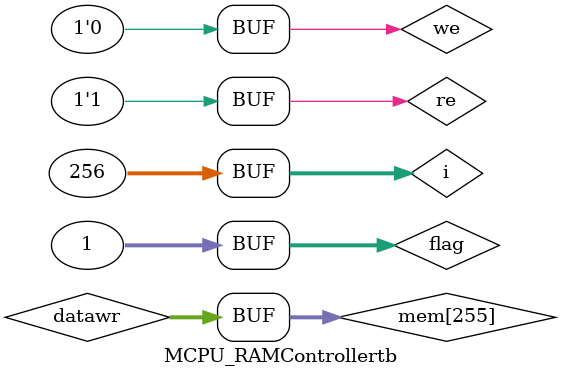
<source format=v>
module MCPU_RAMControllertb();

parameter WORD_SIZE=8;
parameter ADDR_WIDTH=8;
parameter RAM_SIZE=1<<ADDR_WIDTH;

reg we, re;

reg [WORD_SIZE-1:0] datawr;

reg [ADDR_WIDTH-1:0] addr;
reg [ADDR_WIDTH-1:0] instraddr;

wire [WORD_SIZE-1:0] datard;
wire [WORD_SIZE-1:0] instrrd;

reg [WORD_SIZE-1:0] mem[RAM_SIZE-1:0];

reg data_write_iscorrect;
reg data_read_iscorrect;
reg cmd_read_iscorrect;
integer i;
integer flag;

MCPU_RAMController raminst (we, datawr, re, addr, datard, instraddr, instrrd);

initial begin
  {data_write_iscorrect, data_read_iscorrect, cmd_read_iscorrect, i, flag, we, re, addr, instraddr} = 0;

  for(i=0; i <RAM_SIZE; i=i+1)
    begin
      addr = i;
      datawr = $random%8;
      #1 we <= 1;
      mem[i] = datawr;
      if(mem[i] == raminst.mem[i])
        data_write_iscorrect = 1;
      else
        data_write_iscorrect = 0;
      #1 we <= 0;
  end
  flag = 1;
end

always begin
  #1 re <= 0;
  if (flag)
    begin
      if (addr >= RAM_SIZE)
        addr = 0;
      else
        addr = addr + 1;

      if (instraddr >= RAM_SIZE)
        instraddr = 0;
      else
        instraddr = instraddr + 1;

      #1 re <= 1;

      if(datard == mem[addr])
        data_read_iscorrect = 1;
      else
        data_read_iscorrect = 0;

      if(instrrd == mem[instraddr])
        cmd_read_iscorrect = 1;
      else
        cmd_read_iscorrect = 0;
    end
  end
endmodule
</source>
